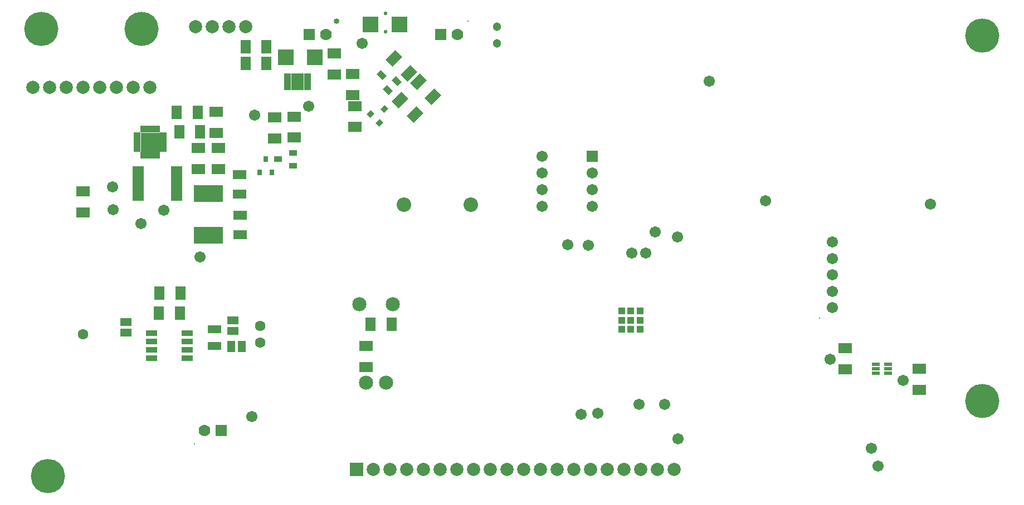
<source format=gbs>
G04*
G04 #@! TF.GenerationSoftware,Altium Limited,Altium Designer,23.5.1 (21)*
G04*
G04 Layer_Color=16711935*
%FSLAX44Y44*%
%MOMM*%
G71*
G04*
G04 #@! TF.SameCoordinates,FC4C4C8E-A767-40D1-8FD6-770ACC15EC19*
G04*
G04*
G04 #@! TF.FilePolarity,Negative*
G04*
G01*
G75*
%ADD42R,2.1032X1.5532*%
%ADD45R,1.5532X2.1032*%
%ADD49R,2.0032X1.3532*%
%ADD50R,1.0532X0.5032*%
%ADD55R,0.8032X0.9032*%
%ADD68R,1.1032X1.1032*%
%ADD69C,2.2032*%
%ADD70C,5.2032*%
%ADD71C,2.1532*%
%ADD72R,2.0032X2.0032*%
%ADD73C,2.0032*%
%ADD74C,0.5782*%
%ADD75C,1.3032*%
%ADD76R,1.7782X1.7782*%
%ADD77C,1.7782*%
%ADD78C,0.2032*%
%ADD79C,1.7032*%
%ADD80R,1.7032X1.7032*%
%ADD81C,1.6032*%
%ADD82C,0.8532*%
%ADD117R,2.4032X2.3532*%
%ADD118R,1.9032X2.6532*%
%ADD119R,1.3032X0.8532*%
%ADD120R,1.2532X0.6032*%
G04:AMPARAMS|DCode=121|XSize=0.9032mm|YSize=0.8032mm|CornerRadius=0mm|HoleSize=0mm|Usage=FLASHONLY|Rotation=45.000|XOffset=0mm|YOffset=0mm|HoleType=Round|Shape=Rectangle|*
%AMROTATEDRECTD121*
4,1,4,-0.0354,-0.6033,-0.6033,-0.0354,0.0354,0.6033,0.6033,0.0354,-0.0354,-0.6033,0.0*
%
%ADD121ROTATEDRECTD121*%

%ADD122R,2.0032X1.2032*%
G04:AMPARAMS|DCode=123|XSize=1.5532mm|YSize=2.1032mm|CornerRadius=0mm|HoleSize=0mm|Usage=FLASHONLY|Rotation=315.000|XOffset=0mm|YOffset=0mm|HoleType=Round|Shape=Rectangle|*
%AMROTATEDRECTD123*
4,1,4,-1.2927,-0.1945,0.1945,1.2927,1.2927,0.1945,-0.1945,-1.2927,-1.2927,-0.1945,0.0*
%
%ADD123ROTATEDRECTD123*%

G04:AMPARAMS|DCode=124|XSize=1.3032mm|YSize=0.8532mm|CornerRadius=0mm|HoleSize=0mm|Usage=FLASHONLY|Rotation=135.000|XOffset=0mm|YOffset=0mm|HoleType=Round|Shape=Rectangle|*
%AMROTATEDRECTD124*
4,1,4,0.7624,-0.1591,0.1591,-0.7624,-0.7624,0.1591,-0.1591,0.7624,0.7624,-0.1591,0.0*
%
%ADD124ROTATEDRECTD124*%

%ADD125R,1.6732X1.2232*%
%ADD126R,1.2232X1.6732*%
%ADD127R,1.7282X0.8532*%
%ADD128R,4.4032X2.5032*%
%ADD129R,1.6782X0.6532*%
%ADD130R,3.0032X3.0032*%
%ADD131R,1.0032X0.5032*%
%ADD132R,0.5032X1.0032*%
D42*
X693929Y1107000D02*
D03*
Y1075000D02*
D03*
X783000Y1172000D02*
D03*
Y1139999D02*
D03*
X664000Y1106000D02*
D03*
Y1074000D02*
D03*
X786000Y1091000D02*
D03*
Y1123000D02*
D03*
X373000Y993000D02*
D03*
Y961000D02*
D03*
X579240Y1059000D02*
D03*
Y1027000D02*
D03*
X575240Y1114000D02*
D03*
Y1082000D02*
D03*
X1531000Y754000D02*
D03*
Y722000D02*
D03*
X803000Y726000D02*
D03*
Y758000D02*
D03*
X1644000Y691000D02*
D03*
Y723000D02*
D03*
X548240Y1027000D02*
D03*
Y1059000D02*
D03*
X755000Y1171000D02*
D03*
Y1203000D02*
D03*
D45*
X519240Y1084000D02*
D03*
X551240D02*
D03*
X547240Y1113000D02*
D03*
X515240D02*
D03*
X842000Y791000D02*
D03*
X810000D02*
D03*
X521000Y838000D02*
D03*
X489000D02*
D03*
X520000Y808000D02*
D03*
X488000D02*
D03*
X652000Y1188000D02*
D03*
X620000D02*
D03*
X652000Y1213000D02*
D03*
X620000D02*
D03*
D49*
X612240Y927000D02*
D03*
Y957000D02*
D03*
X611240Y989000D02*
D03*
Y1019000D02*
D03*
D50*
X684000Y1150000D02*
D03*
Y1155000D02*
D03*
Y1160000D02*
D03*
Y1165000D02*
D03*
Y1170000D02*
D03*
X714000D02*
D03*
Y1165000D02*
D03*
Y1160000D02*
D03*
Y1155000D02*
D03*
Y1150000D02*
D03*
D55*
X651000Y1042000D02*
D03*
X641500Y1022000D02*
D03*
X660500D02*
D03*
D68*
X1219400Y783000D02*
D03*
Y797000D02*
D03*
X1205400D02*
D03*
Y783000D02*
D03*
X1191400D02*
D03*
Y797000D02*
D03*
Y811000D02*
D03*
X1205400D02*
D03*
X1219400D02*
D03*
D69*
X860400Y973000D02*
D03*
X962000D02*
D03*
D70*
X1740000Y674000D02*
D03*
X320000Y560000D02*
D03*
X1740000Y1230000D02*
D03*
X310000Y1240000D02*
D03*
X462400D02*
D03*
D71*
X803000Y702000D02*
D03*
X793000Y821000D02*
D03*
X844000D02*
D03*
X834000Y702000D02*
D03*
D72*
X789200Y570000D02*
D03*
D73*
X814600D02*
D03*
X840000D02*
D03*
X865400D02*
D03*
X890800D02*
D03*
X916200D02*
D03*
X941600D02*
D03*
X967000D02*
D03*
X992400D02*
D03*
X1017800D02*
D03*
X1043200D02*
D03*
X1068600D02*
D03*
X1094000D02*
D03*
X1119400D02*
D03*
X1144800D02*
D03*
X1170200D02*
D03*
X1195600D02*
D03*
X1221000D02*
D03*
X1246400D02*
D03*
X1271800D02*
D03*
X569600Y1244000D02*
D03*
X595000D02*
D03*
X620400D02*
D03*
X544200D02*
D03*
X475100Y1151100D02*
D03*
X449700D02*
D03*
X424300D02*
D03*
X398900D02*
D03*
X373500D02*
D03*
X348100D02*
D03*
X322700D02*
D03*
X297300D02*
D03*
D74*
X833000Y1236250D02*
D03*
Y1263750D02*
D03*
D75*
X1002000Y1218600D02*
D03*
Y1244000D02*
D03*
D76*
X917000Y1232000D02*
D03*
X717000D02*
D03*
X583000Y629000D02*
D03*
D77*
X942000Y1232000D02*
D03*
X742000D02*
D03*
X558000Y629000D02*
D03*
D78*
X958000Y1252000D02*
D03*
X1492000Y800000D02*
D03*
X542000Y609000D02*
D03*
D79*
X1070900Y969900D02*
D03*
Y995300D02*
D03*
Y1020700D02*
D03*
Y1046100D02*
D03*
X1147100Y969900D02*
D03*
Y995300D02*
D03*
Y1020700D02*
D03*
X1512000Y916000D02*
D03*
Y891000D02*
D03*
Y866000D02*
D03*
Y841000D02*
D03*
Y816000D02*
D03*
X1661000Y974000D02*
D03*
X1410000Y979000D02*
D03*
X496000Y964000D02*
D03*
X418000Y1000000D02*
D03*
X1277000Y616000D02*
D03*
X1571000Y602000D02*
D03*
X1130000Y654000D02*
D03*
X1155000Y655000D02*
D03*
X1243000Y931000D02*
D03*
X1581000Y575000D02*
D03*
X461000Y944000D02*
D03*
X797000Y1218000D02*
D03*
X630000Y650000D02*
D03*
X1276100Y924100D02*
D03*
X1508100Y737100D02*
D03*
X1218000Y669000D02*
D03*
X1257000D02*
D03*
X1110000Y912000D02*
D03*
X551000Y893000D02*
D03*
X1325000Y1161000D02*
D03*
X1228000Y899000D02*
D03*
X1206771Y899541D02*
D03*
X1140754Y911000D02*
D03*
X1619491Y705491D02*
D03*
X419000Y965407D02*
D03*
X633731Y1109491D02*
D03*
X716000Y1123000D02*
D03*
D80*
X1147100Y1046100D02*
D03*
D81*
X642000Y762600D02*
D03*
Y788000D02*
D03*
X373000Y775300D02*
D03*
D82*
X758000Y1252000D02*
D03*
D117*
X725000Y1197000D02*
D03*
X681000D02*
D03*
X854000Y1247000D02*
D03*
X810000D02*
D03*
D118*
X699000Y1160000D02*
D03*
D119*
X669500Y1042000D02*
D03*
X692500Y1032500D02*
D03*
Y1051500D02*
D03*
D120*
X1577500Y729500D02*
D03*
Y723000D02*
D03*
Y716500D02*
D03*
X1596500D02*
D03*
Y723000D02*
D03*
Y729500D02*
D03*
D121*
X831071Y1118071D02*
D03*
X810211Y1110646D02*
D03*
X823646Y1097211D02*
D03*
D122*
X572767Y757950D02*
D03*
Y782950D02*
D03*
D123*
X845686Y1195313D02*
D03*
X868314Y1172686D02*
D03*
X905000Y1137000D02*
D03*
X882373Y1159627D02*
D03*
X854686Y1132314D02*
D03*
X877314Y1109686D02*
D03*
D124*
X826868Y1170132D02*
D03*
X836414Y1147151D02*
D03*
X849849Y1160586D02*
D03*
D125*
X438317Y794320D02*
D03*
Y778120D02*
D03*
X601000Y781000D02*
D03*
Y797000D02*
D03*
D126*
X598000Y757000D02*
D03*
X614000D02*
D03*
D127*
X477147Y777180D02*
D03*
Y764480D02*
D03*
Y751780D02*
D03*
Y739080D02*
D03*
X531387D02*
D03*
Y751780D02*
D03*
Y764480D02*
D03*
Y777180D02*
D03*
D128*
X563240Y989500D02*
D03*
Y926500D02*
D03*
D129*
X515620Y982250D02*
D03*
Y988750D02*
D03*
Y995250D02*
D03*
Y1001750D02*
D03*
Y1008250D02*
D03*
Y1014750D02*
D03*
Y1021250D02*
D03*
Y1027750D02*
D03*
X456860D02*
D03*
Y1021250D02*
D03*
Y1014750D02*
D03*
Y1008250D02*
D03*
Y1001750D02*
D03*
Y995250D02*
D03*
Y988750D02*
D03*
Y982250D02*
D03*
D130*
X475240Y1068000D02*
D03*
D131*
X455240Y1080500D02*
D03*
Y1075500D02*
D03*
Y1070500D02*
D03*
Y1065500D02*
D03*
Y1060500D02*
D03*
Y1055500D02*
D03*
X495240D02*
D03*
Y1060500D02*
D03*
Y1065500D02*
D03*
Y1070500D02*
D03*
Y1075500D02*
D03*
Y1080500D02*
D03*
D132*
X462740Y1048000D02*
D03*
X467740D02*
D03*
X472740D02*
D03*
X477740D02*
D03*
X482740D02*
D03*
X487740D02*
D03*
Y1088000D02*
D03*
X482740D02*
D03*
X477740D02*
D03*
X472740D02*
D03*
X467740D02*
D03*
X462740D02*
D03*
M02*

</source>
